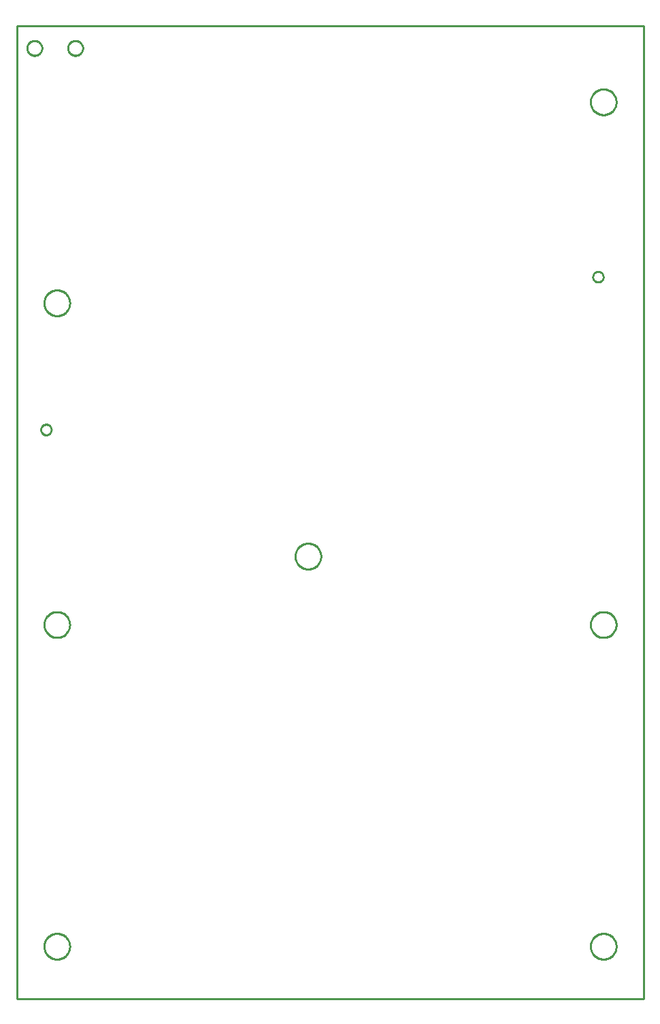
<source format=gbr>
G04 EAGLE Gerber RS-274X export*
G75*
%MOMM*%
%FSLAX34Y34*%
%LPD*%
%IN*%
%IPPOS*%
%AMOC8*
5,1,8,0,0,1.08239X$1,22.5*%
G01*
%ADD10C,0.254000*%


D10*
X150000Y135000D02*
X930000Y135000D01*
X930000Y1345000D01*
X150000Y1345000D01*
X150000Y135000D01*
X879900Y1032181D02*
X879837Y1031545D01*
X879713Y1030919D01*
X879527Y1030308D01*
X879283Y1029718D01*
X878982Y1029154D01*
X878627Y1028623D01*
X878222Y1028130D01*
X877770Y1027678D01*
X877277Y1027273D01*
X876746Y1026918D01*
X876182Y1026617D01*
X875592Y1026373D01*
X874981Y1026187D01*
X874355Y1026063D01*
X873719Y1026000D01*
X873081Y1026000D01*
X872445Y1026063D01*
X871819Y1026187D01*
X871208Y1026373D01*
X870618Y1026617D01*
X870054Y1026918D01*
X869523Y1027273D01*
X869030Y1027678D01*
X868578Y1028130D01*
X868173Y1028623D01*
X867818Y1029154D01*
X867517Y1029718D01*
X867273Y1030308D01*
X867087Y1030919D01*
X866963Y1031545D01*
X866900Y1032181D01*
X866900Y1032819D01*
X866963Y1033455D01*
X867087Y1034081D01*
X867273Y1034692D01*
X867517Y1035282D01*
X867818Y1035846D01*
X868173Y1036377D01*
X868578Y1036870D01*
X869030Y1037322D01*
X869523Y1037727D01*
X870054Y1038082D01*
X870618Y1038383D01*
X871208Y1038627D01*
X871819Y1038813D01*
X872445Y1038937D01*
X873081Y1039000D01*
X873719Y1039000D01*
X874355Y1038937D01*
X874981Y1038813D01*
X875592Y1038627D01*
X876182Y1038383D01*
X876746Y1038082D01*
X877277Y1037727D01*
X877770Y1037322D01*
X878222Y1036870D01*
X878627Y1036377D01*
X878982Y1035846D01*
X879283Y1035282D01*
X879527Y1034692D01*
X879713Y1034081D01*
X879837Y1033455D01*
X879900Y1032819D01*
X879900Y1032181D01*
X193100Y842181D02*
X193037Y841545D01*
X192913Y840919D01*
X192727Y840308D01*
X192483Y839718D01*
X192182Y839154D01*
X191827Y838623D01*
X191422Y838130D01*
X190970Y837678D01*
X190477Y837273D01*
X189946Y836918D01*
X189382Y836617D01*
X188792Y836373D01*
X188181Y836187D01*
X187555Y836063D01*
X186919Y836000D01*
X186281Y836000D01*
X185645Y836063D01*
X185019Y836187D01*
X184408Y836373D01*
X183818Y836617D01*
X183254Y836918D01*
X182723Y837273D01*
X182230Y837678D01*
X181778Y838130D01*
X181373Y838623D01*
X181018Y839154D01*
X180717Y839718D01*
X180473Y840308D01*
X180287Y840919D01*
X180163Y841545D01*
X180100Y842181D01*
X180100Y842819D01*
X180163Y843455D01*
X180287Y844081D01*
X180473Y844692D01*
X180717Y845282D01*
X181018Y845846D01*
X181373Y846377D01*
X181778Y846870D01*
X182230Y847322D01*
X182723Y847727D01*
X183254Y848082D01*
X183818Y848383D01*
X184408Y848627D01*
X185019Y848813D01*
X185645Y848937D01*
X186281Y849000D01*
X186919Y849000D01*
X187555Y848937D01*
X188181Y848813D01*
X188792Y848627D01*
X189382Y848383D01*
X189946Y848082D01*
X190477Y847727D01*
X190970Y847322D01*
X191422Y846870D01*
X191827Y846377D01*
X192182Y845846D01*
X192483Y845282D01*
X192727Y844692D01*
X192913Y844081D01*
X193037Y843455D01*
X193100Y842819D01*
X193100Y842181D01*
X896000Y199476D02*
X895932Y198431D01*
X895795Y197392D01*
X895590Y196365D01*
X895319Y195353D01*
X894983Y194361D01*
X894582Y193393D01*
X894118Y192454D01*
X893595Y191546D01*
X893013Y190675D01*
X892375Y189844D01*
X891684Y189057D01*
X890943Y188316D01*
X890156Y187625D01*
X889325Y186988D01*
X888454Y186406D01*
X887546Y185882D01*
X886607Y185418D01*
X885639Y185017D01*
X884647Y184681D01*
X883635Y184410D01*
X882608Y184205D01*
X881569Y184069D01*
X880524Y184000D01*
X879476Y184000D01*
X878431Y184069D01*
X877392Y184205D01*
X876365Y184410D01*
X875353Y184681D01*
X874361Y185017D01*
X873393Y185418D01*
X872454Y185882D01*
X871546Y186406D01*
X870675Y186988D01*
X869844Y187625D01*
X869057Y188316D01*
X868316Y189057D01*
X867625Y189844D01*
X866988Y190675D01*
X866406Y191546D01*
X865882Y192454D01*
X865418Y193393D01*
X865017Y194361D01*
X864681Y195353D01*
X864410Y196365D01*
X864205Y197392D01*
X864069Y198431D01*
X864000Y199476D01*
X864000Y200524D01*
X864069Y201569D01*
X864205Y202608D01*
X864410Y203635D01*
X864681Y204647D01*
X865017Y205639D01*
X865418Y206607D01*
X865882Y207546D01*
X866406Y208454D01*
X866988Y209325D01*
X867625Y210156D01*
X868316Y210943D01*
X869057Y211684D01*
X869844Y212375D01*
X870675Y213013D01*
X871546Y213595D01*
X872454Y214118D01*
X873393Y214582D01*
X874361Y214983D01*
X875353Y215319D01*
X876365Y215590D01*
X877392Y215795D01*
X878431Y215932D01*
X879476Y216000D01*
X880524Y216000D01*
X881569Y215932D01*
X882608Y215795D01*
X883635Y215590D01*
X884647Y215319D01*
X885639Y214983D01*
X886607Y214582D01*
X887546Y214118D01*
X888454Y213595D01*
X889325Y213013D01*
X890156Y212375D01*
X890943Y211684D01*
X891684Y210943D01*
X892375Y210156D01*
X893013Y209325D01*
X893595Y208454D01*
X894118Y207546D01*
X894582Y206607D01*
X894983Y205639D01*
X895319Y204647D01*
X895590Y203635D01*
X895795Y202608D01*
X895932Y201569D01*
X896000Y200524D01*
X896000Y199476D01*
X216000Y199476D02*
X215932Y198431D01*
X215795Y197392D01*
X215590Y196365D01*
X215319Y195353D01*
X214983Y194361D01*
X214582Y193393D01*
X214118Y192454D01*
X213595Y191546D01*
X213013Y190675D01*
X212375Y189844D01*
X211684Y189057D01*
X210943Y188316D01*
X210156Y187625D01*
X209325Y186988D01*
X208454Y186406D01*
X207546Y185882D01*
X206607Y185418D01*
X205639Y185017D01*
X204647Y184681D01*
X203635Y184410D01*
X202608Y184205D01*
X201569Y184069D01*
X200524Y184000D01*
X199476Y184000D01*
X198431Y184069D01*
X197392Y184205D01*
X196365Y184410D01*
X195353Y184681D01*
X194361Y185017D01*
X193393Y185418D01*
X192454Y185882D01*
X191546Y186406D01*
X190675Y186988D01*
X189844Y187625D01*
X189057Y188316D01*
X188316Y189057D01*
X187625Y189844D01*
X186988Y190675D01*
X186406Y191546D01*
X185882Y192454D01*
X185418Y193393D01*
X185017Y194361D01*
X184681Y195353D01*
X184410Y196365D01*
X184205Y197392D01*
X184069Y198431D01*
X184000Y199476D01*
X184000Y200524D01*
X184069Y201569D01*
X184205Y202608D01*
X184410Y203635D01*
X184681Y204647D01*
X185017Y205639D01*
X185418Y206607D01*
X185882Y207546D01*
X186406Y208454D01*
X186988Y209325D01*
X187625Y210156D01*
X188316Y210943D01*
X189057Y211684D01*
X189844Y212375D01*
X190675Y213013D01*
X191546Y213595D01*
X192454Y214118D01*
X193393Y214582D01*
X194361Y214983D01*
X195353Y215319D01*
X196365Y215590D01*
X197392Y215795D01*
X198431Y215932D01*
X199476Y216000D01*
X200524Y216000D01*
X201569Y215932D01*
X202608Y215795D01*
X203635Y215590D01*
X204647Y215319D01*
X205639Y214983D01*
X206607Y214582D01*
X207546Y214118D01*
X208454Y213595D01*
X209325Y213013D01*
X210156Y212375D01*
X210943Y211684D01*
X211684Y210943D01*
X212375Y210156D01*
X213013Y209325D01*
X213595Y208454D01*
X214118Y207546D01*
X214582Y206607D01*
X214983Y205639D01*
X215319Y204647D01*
X215590Y203635D01*
X215795Y202608D01*
X215932Y201569D01*
X216000Y200524D01*
X216000Y199476D01*
X896000Y599476D02*
X895932Y598431D01*
X895795Y597392D01*
X895590Y596365D01*
X895319Y595353D01*
X894983Y594361D01*
X894582Y593393D01*
X894118Y592454D01*
X893595Y591546D01*
X893013Y590675D01*
X892375Y589844D01*
X891684Y589057D01*
X890943Y588316D01*
X890156Y587625D01*
X889325Y586988D01*
X888454Y586406D01*
X887546Y585882D01*
X886607Y585418D01*
X885639Y585017D01*
X884647Y584681D01*
X883635Y584410D01*
X882608Y584205D01*
X881569Y584069D01*
X880524Y584000D01*
X879476Y584000D01*
X878431Y584069D01*
X877392Y584205D01*
X876365Y584410D01*
X875353Y584681D01*
X874361Y585017D01*
X873393Y585418D01*
X872454Y585882D01*
X871546Y586406D01*
X870675Y586988D01*
X869844Y587625D01*
X869057Y588316D01*
X868316Y589057D01*
X867625Y589844D01*
X866988Y590675D01*
X866406Y591546D01*
X865882Y592454D01*
X865418Y593393D01*
X865017Y594361D01*
X864681Y595353D01*
X864410Y596365D01*
X864205Y597392D01*
X864069Y598431D01*
X864000Y599476D01*
X864000Y600524D01*
X864069Y601569D01*
X864205Y602608D01*
X864410Y603635D01*
X864681Y604647D01*
X865017Y605639D01*
X865418Y606607D01*
X865882Y607546D01*
X866406Y608454D01*
X866988Y609325D01*
X867625Y610156D01*
X868316Y610943D01*
X869057Y611684D01*
X869844Y612375D01*
X870675Y613013D01*
X871546Y613595D01*
X872454Y614118D01*
X873393Y614582D01*
X874361Y614983D01*
X875353Y615319D01*
X876365Y615590D01*
X877392Y615795D01*
X878431Y615932D01*
X879476Y616000D01*
X880524Y616000D01*
X881569Y615932D01*
X882608Y615795D01*
X883635Y615590D01*
X884647Y615319D01*
X885639Y614983D01*
X886607Y614582D01*
X887546Y614118D01*
X888454Y613595D01*
X889325Y613013D01*
X890156Y612375D01*
X890943Y611684D01*
X891684Y610943D01*
X892375Y610156D01*
X893013Y609325D01*
X893595Y608454D01*
X894118Y607546D01*
X894582Y606607D01*
X894983Y605639D01*
X895319Y604647D01*
X895590Y603635D01*
X895795Y602608D01*
X895932Y601569D01*
X896000Y600524D01*
X896000Y599476D01*
X216000Y599476D02*
X215932Y598431D01*
X215795Y597392D01*
X215590Y596365D01*
X215319Y595353D01*
X214983Y594361D01*
X214582Y593393D01*
X214118Y592454D01*
X213595Y591546D01*
X213013Y590675D01*
X212375Y589844D01*
X211684Y589057D01*
X210943Y588316D01*
X210156Y587625D01*
X209325Y586988D01*
X208454Y586406D01*
X207546Y585882D01*
X206607Y585418D01*
X205639Y585017D01*
X204647Y584681D01*
X203635Y584410D01*
X202608Y584205D01*
X201569Y584069D01*
X200524Y584000D01*
X199476Y584000D01*
X198431Y584069D01*
X197392Y584205D01*
X196365Y584410D01*
X195353Y584681D01*
X194361Y585017D01*
X193393Y585418D01*
X192454Y585882D01*
X191546Y586406D01*
X190675Y586988D01*
X189844Y587625D01*
X189057Y588316D01*
X188316Y589057D01*
X187625Y589844D01*
X186988Y590675D01*
X186406Y591546D01*
X185882Y592454D01*
X185418Y593393D01*
X185017Y594361D01*
X184681Y595353D01*
X184410Y596365D01*
X184205Y597392D01*
X184069Y598431D01*
X184000Y599476D01*
X184000Y600524D01*
X184069Y601569D01*
X184205Y602608D01*
X184410Y603635D01*
X184681Y604647D01*
X185017Y605639D01*
X185418Y606607D01*
X185882Y607546D01*
X186406Y608454D01*
X186988Y609325D01*
X187625Y610156D01*
X188316Y610943D01*
X189057Y611684D01*
X189844Y612375D01*
X190675Y613013D01*
X191546Y613595D01*
X192454Y614118D01*
X193393Y614582D01*
X194361Y614983D01*
X195353Y615319D01*
X196365Y615590D01*
X197392Y615795D01*
X198431Y615932D01*
X199476Y616000D01*
X200524Y616000D01*
X201569Y615932D01*
X202608Y615795D01*
X203635Y615590D01*
X204647Y615319D01*
X205639Y614983D01*
X206607Y614582D01*
X207546Y614118D01*
X208454Y613595D01*
X209325Y613013D01*
X210156Y612375D01*
X210943Y611684D01*
X211684Y610943D01*
X212375Y610156D01*
X213013Y609325D01*
X213595Y608454D01*
X214118Y607546D01*
X214582Y606607D01*
X214983Y605639D01*
X215319Y604647D01*
X215590Y603635D01*
X215795Y602608D01*
X215932Y601569D01*
X216000Y600524D01*
X216000Y599476D01*
X896000Y1249476D02*
X895932Y1248431D01*
X895795Y1247392D01*
X895590Y1246365D01*
X895319Y1245353D01*
X894983Y1244361D01*
X894582Y1243393D01*
X894118Y1242454D01*
X893595Y1241546D01*
X893013Y1240675D01*
X892375Y1239844D01*
X891684Y1239057D01*
X890943Y1238316D01*
X890156Y1237625D01*
X889325Y1236988D01*
X888454Y1236406D01*
X887546Y1235882D01*
X886607Y1235418D01*
X885639Y1235017D01*
X884647Y1234681D01*
X883635Y1234410D01*
X882608Y1234205D01*
X881569Y1234069D01*
X880524Y1234000D01*
X879476Y1234000D01*
X878431Y1234069D01*
X877392Y1234205D01*
X876365Y1234410D01*
X875353Y1234681D01*
X874361Y1235017D01*
X873393Y1235418D01*
X872454Y1235882D01*
X871546Y1236406D01*
X870675Y1236988D01*
X869844Y1237625D01*
X869057Y1238316D01*
X868316Y1239057D01*
X867625Y1239844D01*
X866988Y1240675D01*
X866406Y1241546D01*
X865882Y1242454D01*
X865418Y1243393D01*
X865017Y1244361D01*
X864681Y1245353D01*
X864410Y1246365D01*
X864205Y1247392D01*
X864069Y1248431D01*
X864000Y1249476D01*
X864000Y1250524D01*
X864069Y1251569D01*
X864205Y1252608D01*
X864410Y1253635D01*
X864681Y1254647D01*
X865017Y1255639D01*
X865418Y1256607D01*
X865882Y1257546D01*
X866406Y1258454D01*
X866988Y1259325D01*
X867625Y1260156D01*
X868316Y1260943D01*
X869057Y1261684D01*
X869844Y1262375D01*
X870675Y1263013D01*
X871546Y1263595D01*
X872454Y1264118D01*
X873393Y1264582D01*
X874361Y1264983D01*
X875353Y1265319D01*
X876365Y1265590D01*
X877392Y1265795D01*
X878431Y1265932D01*
X879476Y1266000D01*
X880524Y1266000D01*
X881569Y1265932D01*
X882608Y1265795D01*
X883635Y1265590D01*
X884647Y1265319D01*
X885639Y1264983D01*
X886607Y1264582D01*
X887546Y1264118D01*
X888454Y1263595D01*
X889325Y1263013D01*
X890156Y1262375D01*
X890943Y1261684D01*
X891684Y1260943D01*
X892375Y1260156D01*
X893013Y1259325D01*
X893595Y1258454D01*
X894118Y1257546D01*
X894582Y1256607D01*
X894983Y1255639D01*
X895319Y1254647D01*
X895590Y1253635D01*
X895795Y1252608D01*
X895932Y1251569D01*
X896000Y1250524D01*
X896000Y1249476D01*
X216000Y999476D02*
X215932Y998431D01*
X215795Y997392D01*
X215590Y996365D01*
X215319Y995353D01*
X214983Y994361D01*
X214582Y993393D01*
X214118Y992454D01*
X213595Y991546D01*
X213013Y990675D01*
X212375Y989844D01*
X211684Y989057D01*
X210943Y988316D01*
X210156Y987625D01*
X209325Y986988D01*
X208454Y986406D01*
X207546Y985882D01*
X206607Y985418D01*
X205639Y985017D01*
X204647Y984681D01*
X203635Y984410D01*
X202608Y984205D01*
X201569Y984069D01*
X200524Y984000D01*
X199476Y984000D01*
X198431Y984069D01*
X197392Y984205D01*
X196365Y984410D01*
X195353Y984681D01*
X194361Y985017D01*
X193393Y985418D01*
X192454Y985882D01*
X191546Y986406D01*
X190675Y986988D01*
X189844Y987625D01*
X189057Y988316D01*
X188316Y989057D01*
X187625Y989844D01*
X186988Y990675D01*
X186406Y991546D01*
X185882Y992454D01*
X185418Y993393D01*
X185017Y994361D01*
X184681Y995353D01*
X184410Y996365D01*
X184205Y997392D01*
X184069Y998431D01*
X184000Y999476D01*
X184000Y1000524D01*
X184069Y1001569D01*
X184205Y1002608D01*
X184410Y1003635D01*
X184681Y1004647D01*
X185017Y1005639D01*
X185418Y1006607D01*
X185882Y1007546D01*
X186406Y1008454D01*
X186988Y1009325D01*
X187625Y1010156D01*
X188316Y1010943D01*
X189057Y1011684D01*
X189844Y1012375D01*
X190675Y1013013D01*
X191546Y1013595D01*
X192454Y1014118D01*
X193393Y1014582D01*
X194361Y1014983D01*
X195353Y1015319D01*
X196365Y1015590D01*
X197392Y1015795D01*
X198431Y1015932D01*
X199476Y1016000D01*
X200524Y1016000D01*
X201569Y1015932D01*
X202608Y1015795D01*
X203635Y1015590D01*
X204647Y1015319D01*
X205639Y1014983D01*
X206607Y1014582D01*
X207546Y1014118D01*
X208454Y1013595D01*
X209325Y1013013D01*
X210156Y1012375D01*
X210943Y1011684D01*
X211684Y1010943D01*
X212375Y1010156D01*
X213013Y1009325D01*
X213595Y1008454D01*
X214118Y1007546D01*
X214582Y1006607D01*
X214983Y1005639D01*
X215319Y1004647D01*
X215590Y1003635D01*
X215795Y1002608D01*
X215932Y1001569D01*
X216000Y1000524D01*
X216000Y999476D01*
X213629Y1317405D02*
X213700Y1318211D01*
X213840Y1319009D01*
X214050Y1319791D01*
X214327Y1320551D01*
X214669Y1321285D01*
X215073Y1321986D01*
X215538Y1322649D01*
X216058Y1323269D01*
X216631Y1323842D01*
X217251Y1324362D01*
X217914Y1324827D01*
X218615Y1325231D01*
X219349Y1325573D01*
X220110Y1325850D01*
X220891Y1326060D01*
X221689Y1326200D01*
X222495Y1326271D01*
X223305Y1326271D01*
X224111Y1326200D01*
X224909Y1326060D01*
X225691Y1325850D01*
X226451Y1325573D01*
X227185Y1325231D01*
X227886Y1324827D01*
X228549Y1324362D01*
X229169Y1323842D01*
X229742Y1323269D01*
X230262Y1322649D01*
X230727Y1321986D01*
X231131Y1321285D01*
X231473Y1320551D01*
X231750Y1319791D01*
X231960Y1319009D01*
X232100Y1318211D01*
X232171Y1317405D01*
X232171Y1316595D01*
X232100Y1315789D01*
X231960Y1314991D01*
X231750Y1314210D01*
X231473Y1313449D01*
X231131Y1312715D01*
X230727Y1312014D01*
X230262Y1311351D01*
X229742Y1310731D01*
X229169Y1310158D01*
X228549Y1309638D01*
X227886Y1309173D01*
X227185Y1308769D01*
X226451Y1308427D01*
X225691Y1308150D01*
X224909Y1307940D01*
X224111Y1307800D01*
X223305Y1307729D01*
X222495Y1307729D01*
X221689Y1307800D01*
X220891Y1307940D01*
X220110Y1308150D01*
X219349Y1308427D01*
X218615Y1308769D01*
X217914Y1309173D01*
X217251Y1309638D01*
X216631Y1310158D01*
X216058Y1310731D01*
X215538Y1311351D01*
X215073Y1312014D01*
X214669Y1312715D01*
X214327Y1313449D01*
X214050Y1314210D01*
X213840Y1314991D01*
X213700Y1315789D01*
X213629Y1316595D01*
X213629Y1317405D01*
X162829Y1317405D02*
X162900Y1318211D01*
X163040Y1319009D01*
X163250Y1319791D01*
X163527Y1320551D01*
X163869Y1321285D01*
X164273Y1321986D01*
X164738Y1322649D01*
X165258Y1323269D01*
X165831Y1323842D01*
X166451Y1324362D01*
X167114Y1324827D01*
X167815Y1325231D01*
X168549Y1325573D01*
X169310Y1325850D01*
X170091Y1326060D01*
X170889Y1326200D01*
X171695Y1326271D01*
X172505Y1326271D01*
X173311Y1326200D01*
X174109Y1326060D01*
X174891Y1325850D01*
X175651Y1325573D01*
X176385Y1325231D01*
X177086Y1324827D01*
X177749Y1324362D01*
X178369Y1323842D01*
X178942Y1323269D01*
X179462Y1322649D01*
X179927Y1321986D01*
X180331Y1321285D01*
X180673Y1320551D01*
X180950Y1319791D01*
X181160Y1319009D01*
X181300Y1318211D01*
X181371Y1317405D01*
X181371Y1316595D01*
X181300Y1315789D01*
X181160Y1314991D01*
X180950Y1314210D01*
X180673Y1313449D01*
X180331Y1312715D01*
X179927Y1312014D01*
X179462Y1311351D01*
X178942Y1310731D01*
X178369Y1310158D01*
X177749Y1309638D01*
X177086Y1309173D01*
X176385Y1308769D01*
X175651Y1308427D01*
X174891Y1308150D01*
X174109Y1307940D01*
X173311Y1307800D01*
X172505Y1307729D01*
X171695Y1307729D01*
X170889Y1307800D01*
X170091Y1307940D01*
X169310Y1308150D01*
X168549Y1308427D01*
X167815Y1308769D01*
X167114Y1309173D01*
X166451Y1309638D01*
X165831Y1310158D01*
X165258Y1310731D01*
X164738Y1311351D01*
X164273Y1312014D01*
X163869Y1312715D01*
X163527Y1313449D01*
X163250Y1314210D01*
X163040Y1314991D01*
X162900Y1315789D01*
X162829Y1316595D01*
X162829Y1317405D01*
X528500Y684476D02*
X528432Y683431D01*
X528295Y682392D01*
X528090Y681365D01*
X527819Y680353D01*
X527483Y679361D01*
X527082Y678393D01*
X526618Y677454D01*
X526095Y676546D01*
X525513Y675675D01*
X524875Y674844D01*
X524184Y674057D01*
X523443Y673316D01*
X522656Y672625D01*
X521825Y671988D01*
X520954Y671406D01*
X520046Y670882D01*
X519107Y670418D01*
X518139Y670017D01*
X517147Y669681D01*
X516135Y669410D01*
X515108Y669205D01*
X514069Y669069D01*
X513024Y669000D01*
X511976Y669000D01*
X510931Y669069D01*
X509892Y669205D01*
X508865Y669410D01*
X507853Y669681D01*
X506861Y670017D01*
X505893Y670418D01*
X504954Y670882D01*
X504046Y671406D01*
X503175Y671988D01*
X502344Y672625D01*
X501557Y673316D01*
X500816Y674057D01*
X500125Y674844D01*
X499488Y675675D01*
X498906Y676546D01*
X498382Y677454D01*
X497918Y678393D01*
X497517Y679361D01*
X497181Y680353D01*
X496910Y681365D01*
X496705Y682392D01*
X496569Y683431D01*
X496500Y684476D01*
X496500Y685524D01*
X496569Y686569D01*
X496705Y687608D01*
X496910Y688635D01*
X497181Y689647D01*
X497517Y690639D01*
X497918Y691607D01*
X498382Y692546D01*
X498906Y693454D01*
X499488Y694325D01*
X500125Y695156D01*
X500816Y695943D01*
X501557Y696684D01*
X502344Y697375D01*
X503175Y698013D01*
X504046Y698595D01*
X504954Y699118D01*
X505893Y699582D01*
X506861Y699983D01*
X507853Y700319D01*
X508865Y700590D01*
X509892Y700795D01*
X510931Y700932D01*
X511976Y701000D01*
X513024Y701000D01*
X514069Y700932D01*
X515108Y700795D01*
X516135Y700590D01*
X517147Y700319D01*
X518139Y699983D01*
X519107Y699582D01*
X520046Y699118D01*
X520954Y698595D01*
X521825Y698013D01*
X522656Y697375D01*
X523443Y696684D01*
X524184Y695943D01*
X524875Y695156D01*
X525513Y694325D01*
X526095Y693454D01*
X526618Y692546D01*
X527082Y691607D01*
X527483Y690639D01*
X527819Y689647D01*
X528090Y688635D01*
X528295Y687608D01*
X528432Y686569D01*
X528500Y685524D01*
X528500Y684476D01*
M02*

</source>
